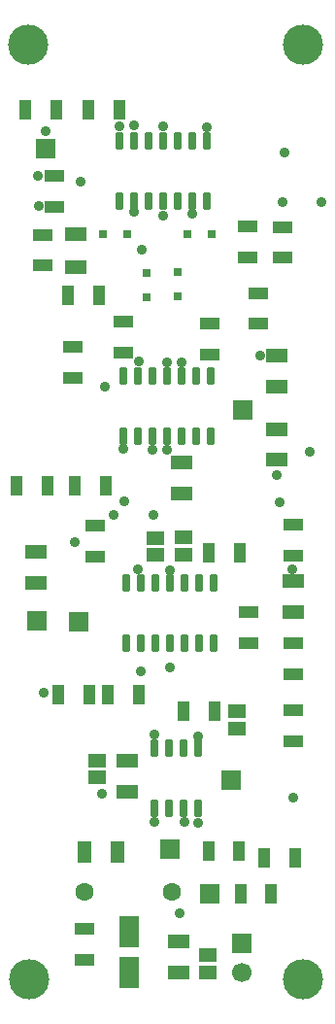
<source format=gbr>
%TF.GenerationSoftware,Altium Limited,Altium Designer,19.0.15 (446)*%
G04 Layer_Color=8388736*
%FSLAX42Y42*%
%MOMM*%
%TF.FileFunction,Soldermask,Top*%
%TF.Part,Single*%
G01*
G75*
%TA.AperFunction,SMDPad,CuDef*%
%ADD41R,1.75X1.10*%
%ADD42R,1.80X1.10*%
%ADD43R,1.90X1.30*%
%ADD44R,1.90X1.15*%
%ADD45R,1.10X1.80*%
G04:AMPARAMS|DCode=46|XSize=0.75mm|YSize=1.45mm|CornerRadius=0.15mm|HoleSize=0mm|Usage=FLASHONLY|Rotation=180.000|XOffset=0mm|YOffset=0mm|HoleType=Round|Shape=RoundedRectangle|*
%AMROUNDEDRECTD46*
21,1,0.75,1.15,0,0,180.0*
21,1,0.45,1.45,0,0,180.0*
1,1,0.30,-0.23,0.58*
1,1,0.30,0.23,0.58*
1,1,0.30,0.23,-0.58*
1,1,0.30,-0.23,-0.58*
%
%ADD46ROUNDEDRECTD46*%
%ADD47R,0.79X0.65*%
%ADD48R,1.50X1.20*%
%ADD49R,1.10X1.75*%
%ADD50R,0.65X0.79*%
%ADD51R,1.60X1.30*%
%ADD52R,1.80X2.70*%
%ADD53R,1.30X1.85*%
%TA.AperFunction,ComponentPad*%
%ADD54R,1.70X1.70*%
%ADD55C,1.60*%
%ADD56R,1.70X1.70*%
%ADD57C,1.70*%
%TA.AperFunction,ViaPad*%
%ADD58C,3.50*%
%ADD59C,0.90*%
D41*
X4275Y10738D02*
D03*
Y10473D02*
D03*
X6370Y10543D02*
D03*
Y10807D02*
D03*
X6155Y10230D02*
D03*
Y9965D02*
D03*
D42*
X4383Y10987D02*
D03*
Y11258D02*
D03*
X4538Y9495D02*
D03*
Y9765D02*
D03*
X6062Y10545D02*
D03*
Y10815D02*
D03*
X6465Y6597D02*
D03*
Y6328D02*
D03*
X4979Y9980D02*
D03*
Y9710D02*
D03*
X5738Y9967D02*
D03*
Y9697D02*
D03*
X6462Y6913D02*
D03*
Y7182D02*
D03*
X6072Y7455D02*
D03*
Y7185D02*
D03*
X6460Y8215D02*
D03*
Y7945D02*
D03*
X4733Y8205D02*
D03*
Y7935D02*
D03*
X4645Y4695D02*
D03*
Y4425D02*
D03*
D43*
X6318Y9042D02*
D03*
Y8782D02*
D03*
X4567Y10460D02*
D03*
Y10750D02*
D03*
X4217Y7980D02*
D03*
Y7710D02*
D03*
X6462Y7720D02*
D03*
Y7450D02*
D03*
X5490Y8755D02*
D03*
Y8485D02*
D03*
X5013Y5890D02*
D03*
Y6160D02*
D03*
X5465Y4315D02*
D03*
Y4585D02*
D03*
D44*
X6318Y9690D02*
D03*
Y9420D02*
D03*
D45*
X4945Y11830D02*
D03*
X4675D02*
D03*
X4127Y11832D02*
D03*
X4397D02*
D03*
X5730Y7973D02*
D03*
X6000D02*
D03*
X4320Y8550D02*
D03*
X4050D02*
D03*
X5508Y6590D02*
D03*
X5777D02*
D03*
X4683Y6736D02*
D03*
X4413D02*
D03*
X4555Y8550D02*
D03*
X4825D02*
D03*
X4848Y6735D02*
D03*
X5118D02*
D03*
X6478Y5307D02*
D03*
X6208D02*
D03*
D46*
X5710Y11555D02*
D03*
X5583D02*
D03*
X5456D02*
D03*
X5329D02*
D03*
X5202D02*
D03*
X5075D02*
D03*
X4948D02*
D03*
X5710Y11030D02*
D03*
X5583D02*
D03*
X5456D02*
D03*
X5329D02*
D03*
X5202D02*
D03*
X5075D02*
D03*
X4948D02*
D03*
X5635Y6265D02*
D03*
X5508D02*
D03*
X5381D02*
D03*
X5254D02*
D03*
X5635Y5740D02*
D03*
X5508D02*
D03*
X5381D02*
D03*
X5254D02*
D03*
X5741Y9510D02*
D03*
X5614D02*
D03*
X5487D02*
D03*
X5360D02*
D03*
X5233D02*
D03*
X5106D02*
D03*
X4979D02*
D03*
X5741Y8985D02*
D03*
X5614D02*
D03*
X5487D02*
D03*
X5360D02*
D03*
X5233D02*
D03*
X5106D02*
D03*
X4979D02*
D03*
X5766Y7710D02*
D03*
X5639D02*
D03*
X5512D02*
D03*
X5385D02*
D03*
X5258D02*
D03*
X5131D02*
D03*
X5004D02*
D03*
X5766Y7185D02*
D03*
X5639D02*
D03*
X5512D02*
D03*
X5385D02*
D03*
X5258D02*
D03*
X5131D02*
D03*
X5004D02*
D03*
D47*
X5748Y10745D02*
D03*
X5537D02*
D03*
X4807Y10750D02*
D03*
X5018D02*
D03*
D48*
X5972Y6440D02*
D03*
Y6590D02*
D03*
X5258Y7950D02*
D03*
Y8100D02*
D03*
X5508Y7955D02*
D03*
Y8105D02*
D03*
D49*
X4502Y10212D02*
D03*
X4768D02*
D03*
X5988Y5367D02*
D03*
X5722D02*
D03*
X6267Y4995D02*
D03*
X6002D02*
D03*
D50*
X5180Y10410D02*
D03*
Y10199D02*
D03*
X5455Y10418D02*
D03*
Y10207D02*
D03*
D51*
X4756Y6010D02*
D03*
Y6160D02*
D03*
X5715Y4315D02*
D03*
Y4465D02*
D03*
D52*
X5035Y4665D02*
D03*
Y4315D02*
D03*
D53*
X4930Y5365D02*
D03*
X4645D02*
D03*
D54*
X4300Y11492D02*
D03*
X5917Y5985D02*
D03*
X4595Y7365D02*
D03*
X6022Y9215D02*
D03*
X4225Y7378D02*
D03*
X5735Y4997D02*
D03*
X5388Y5390D02*
D03*
D55*
X5407Y5010D02*
D03*
X4645D02*
D03*
D56*
X6015Y4569D02*
D03*
D57*
Y4315D02*
D03*
D58*
X6550Y12400D02*
D03*
X4150D02*
D03*
X4160Y4250D02*
D03*
X6550D02*
D03*
D59*
X4797Y5872D02*
D03*
X6607Y8853D02*
D03*
X4560Y8060D02*
D03*
X4822Y9418D02*
D03*
X4285Y6747D02*
D03*
X6460Y5838D02*
D03*
X5247Y8300D02*
D03*
X4895D02*
D03*
X5388Y6972D02*
D03*
X5133Y6938D02*
D03*
X5385Y7820D02*
D03*
X6345Y8405D02*
D03*
X6710Y11028D02*
D03*
X4300Y11643D02*
D03*
X4605Y11207D02*
D03*
X6370Y11028D02*
D03*
X6385Y11453D02*
D03*
X4945Y11685D02*
D03*
X5710Y11678D02*
D03*
X5138Y10612D02*
D03*
X4245Y10990D02*
D03*
X4235Y11257D02*
D03*
X5578Y10920D02*
D03*
X5325Y10903D02*
D03*
X5072Y10943D02*
D03*
X5488Y9630D02*
D03*
X6178Y9688D02*
D03*
X6317Y8650D02*
D03*
X5117Y9638D02*
D03*
X5075Y11697D02*
D03*
X5329Y11689D02*
D03*
X4985Y8415D02*
D03*
X4979Y8877D02*
D03*
X5238Y8865D02*
D03*
X5110Y7822D02*
D03*
X5360Y8870D02*
D03*
X5360Y9625D02*
D03*
X6453Y7828D02*
D03*
X5635Y6372D02*
D03*
X5635Y5613D02*
D03*
X5512Y5620D02*
D03*
X5253Y6383D02*
D03*
X5254Y5625D02*
D03*
X5470Y4828D02*
D03*
%TF.MD5,ba6fdb73ee08823aced20a8f51534b96*%
M02*

</source>
